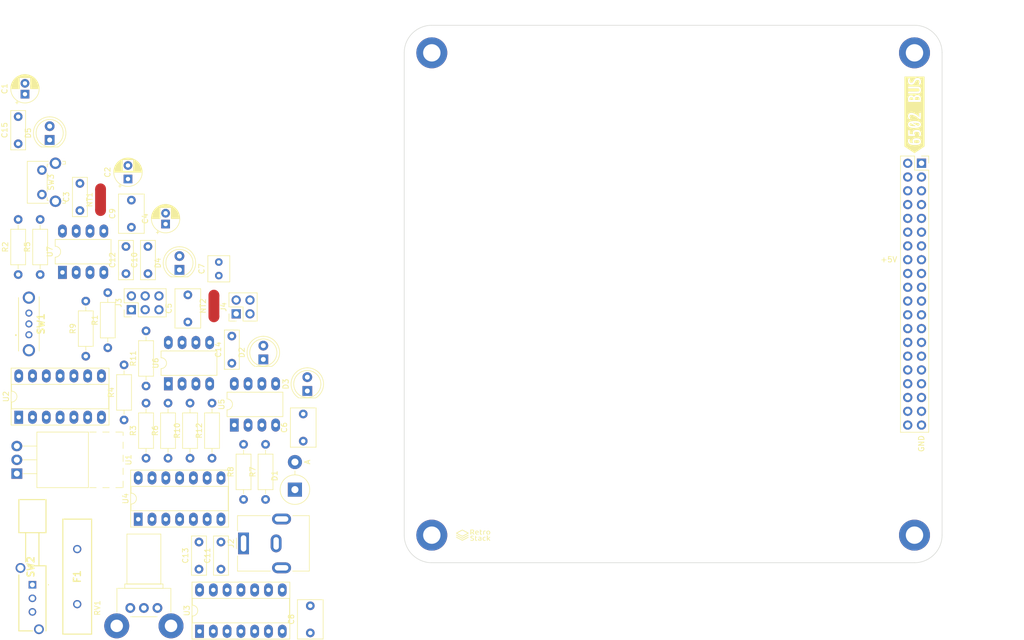
<source format=kicad_pcb>
(kicad_pcb (version 20211014) (generator pcbnew)
  (title_block (title "Retro Stack - PCB Template") (date "2023-04-01") (rev "0") (company "Microcode.io"))
  (layers (0 "F.Cu" signal) (31 "B.Cu" mixed) (34 "B.Paste" user) (35 "F.Paste" user) (36 "B.SilkS" user "B.Silkscreen") (37 "F.SilkS" user "F.Silkscreen") (38 "B.Mask" user) (39 "F.Mask" user) (44 "Edge.Cuts" user))
  (net 0 "")
  (net 1 "GND")
  (net 2 "/~{RES}")
  (net 3 "/VPB")
  (net 4 "/PHI2O")
  (net 5 "/RDY")
  (net 6 "/~{SO}")
  (net 7 "/PHI1O")
  (net 8 "/PHI2")
  (net 9 "/~{IRQ}")
  (net 10 "/BE")
  (net 11 "/~{ML}")
  (net 12 "/NC")
  (net 13 "/~{NMI}")
  (net 14 "/R{slash}~{W}")
  (net 15 "/SYNC")
  (net 16 "/D0")
  (net 17 "/VDD")
  (net 18 "/D1")
  (net 19 "/A0")
  (net 20 "/D2")
  (net 21 "/A1")
  (net 22 "/D3")
  (net 23 "/A2")
  (net 24 "/D4")
  (net 25 "/A3")
  (net 26 "/D5")
  (net 27 "/A4")
  (net 28 "/D6")
  (net 29 "/A5")
  (net 30 "/D7")
  (net 31 "/A6")
  (net 32 "/A15")
  (net 33 "/A7")
  (net 34 "/A14")
  (net 35 "/A8")
  (net 36 "/A13")
  (net 37 "/A9")
  (net 38 "/A12")
  (net 39 "/A10")
  (net 40 "/VSS")
  (net 41 "/A11")
  (net 42 "/V_FUSE")
  (net 43 "+5V")
  (net 44 "/FAST_CV")
  (net 45 "/MODE_CV")
  (net 46 "/FAST_TR")
  (net 47 "/PLS_CV")
  (net 48 "/PLS_DIS_THR")
  (net 49 "Net-(D2-Pad1)")
  (net 50 "/LED_PLS")
  (net 51 "Net-(D3-Pad1)")
  (net 52 "/LED_~{CLK}")
  (net 53 "Net-(D4-Pad1)")
  (net 54 "/LED_CLK")
  (net 55 "/LED_PWR")
  (net 56 "/V_RAW")
  (net 57 "/DC_IN")
  (net 59 "/CLK")
  (net 60 "/~{CLK}")
  (net 63 "/HLT_PU")
  (net 64 "/HLT")
  (net 65 "/HLT_PD")
  (net 66 "/FAST_DIS")
  (net 67 "/MODE_TR")
  (net 68 "/MODE_R")
  (net 69 "/FAST_RV")
  (net 70 "/PLS_TR")
  (net 73 "/FAST_CLK")
  (net 74 "/FAST_~{SLOW}")
  (net 75 "/FAST")
  (net 76 "/~{FAST}_SLOW")
  (net 77 "/PULSE_CLK")
  (net 78 "/SLOW")
  (net 79 "/PRE_CLK")
  (net 80 "/~{HLT}")
  (footprint "Resistor_THT:R_Axial_DIN0207_L6.3mm_D2.5mm_P10.16mm_Horizontal" (layer "F.Cu") (at 76.06 125.499775 90)
    (fp_text reference "R7" (at 5.08 -2.37 90) (layer "F.SilkS"))
    (fp_text value "1k")
    (pad "1" thru_hole circle (at 0 0 90) (size 1.6 1.6) (drill 0.8) (layers *.Cu *.Mask) (net 53 "Net-(D4-Pad1)"))
    (pad "2" thru_hole oval (at 10.16 0 90) (size 1.6 1.6) (drill 0.8) (layers *.Cu *.Mask) (net 1 "GND"))
  )
  (footprint "Package_DIP:DIP-14_W7.62mm_Socket_LongPads" (layer "F.Cu") (at 52.61 129.149775 90)
    (fp_text reference "U4" (at 3.81 -2.33 90) (layer "F.SilkS"))
    (fp_text value "74HC14")
    (pad "1" thru_hole rect (at 0 0 90) (size 2.4 1.6) (drill 0.8) (layers *.Cu *.Mask) (net 74 "/FAST_~{SLOW}"))
    (pad "2" thru_hole oval (at 0 2.54 90) (size 2.4 1.6) (drill 0.8) (layers *.Cu *.Mask) (net 76 "/~{FAST}_SLOW"))
    (pad "3" thru_hole oval (at 0 5.08 90) (size 2.4 1.6) (drill 0.8) (layers *.Cu *.Mask) (net 64 "/HLT"))
    (pad "4" thru_hole oval (at 0 7.62 90) (size 2.4 1.6) (drill 0.8) (layers *.Cu *.Mask) (net 80 "/~{HLT}"))
    (pad "5" thru_hole oval (at 0 10.16 90) (size 2.4 1.6) (drill 0.8) (layers *.Cu *.Mask) (net 59 "/CLK"))
    (pad "6" thru_hole oval (at 0 12.7 90) (size 2.4 1.6) (drill 0.8) (layers *.Cu *.Mask) (net 60 "/~{CLK}"))
    (pad "7" thru_hole oval (at 0 15.24 90) (size 2.4 1.6) (drill 0.8) (layers *.Cu *.Mask) (net 1 "GND"))
    (pad "8" thru_hole oval (at 7.62 15.24 90) (size 2.4 1.6) (drill 0.8) (layers *.Cu *.Mask) (net 50 "/LED_PLS"))
    (pad "9" thru_hole oval (at 7.62 12.7 90) (size 2.4 1.6) (drill 0.8) (layers *.Cu *.Mask) (net 74 "/FAST_~{SLOW}"))
    (pad "10" thru_hole oval (at 7.62 10.16 90) (size 2.4 1.6) (drill 0.8) (layers *.Cu *.Mask) (net 52 "/LED_~{CLK}"))
    (pad "11" thru_hole oval (at 7.62 7.62 90) (size 2.4 1.6) (drill 0.8) (layers *.Cu *.Mask) (net 59 "/CLK"))
    (pad "12" thru_hole oval (at 7.62 5.08 90) (size 2.4 1.6) (drill 0.8) (layers *.Cu *.Mask) (net 54 "/LED_CLK"))
    (pad "13" thru_hole oval (at 7.62 2.54 90) (size 2.4 1.6) (drill 0.8) (layers *.Cu *.Mask) (net 60 "/~{CLK}"))
    (pad "14" thru_hole oval (at 7.62 0 90) (size 2.4 1.6) (drill 0.8) (layers *.Cu *.Mask) (net 43 "+5V"))
  )
  (footprint "Potentiometer_THT:Potentiometer_Bourns_PTV09A-2_Single_Horizontal" (layer "F.Cu") (at 56.15 145.499775 90)
    (fp_text reference "RV1" (at 0 -11.05 90) (layer "F.SilkS"))
    (fp_text value "1M")
    (pad "" thru_hole circle (at -3.3 2.5 90) (size 4.6 4.6) (drill 2.3) (layers *.Cu *.Mask))
    (pad "" thru_hole circle (at -3.3 -7.5 90) (size 4.6 4.6) (drill 2.3) (layers *.Cu *.Mask))
    (pad "1" thru_hole circle (at 0 0 90) (size 1.8 1.8) (drill 1) (layers *.Cu *.Mask) (net 46 "/FAST_TR"))
    (pad "2" thru_hole circle (at 0 -2.5 90) (size 1.8 1.8) (drill 1) (layers *.Cu *.Mask) (net 69 "/FAST_RV"))
    (pad "3" thru_hole circle (at 0 -5 90) (size 1.8 1.8) (drill 1) (layers *.Cu *.Mask))
  )
  (footprint "Connector_PinHeader_2.54mm:PinHeader_2x03_P2.54mm_Vertical" (layer "F.Cu") (at 51.35 90.529775 90)
    (fp_text reference "J3" (at 1.27 -2.33 90) (layer "F.SilkS"))
    (fp_text value "JMP_CLK_SEL")
    (pad "1" thru_hole rect (at 0 0 90) (size 1.7 1.7) (drill 1) (layers *.Cu *.Mask) (net 59 "/CLK"))
    (pad "2" thru_hole oval (at 2.54 0 90) (size 1.7 1.7) (drill 1) (layers *.Cu *.Mask) (net 8 "/PHI2"))
    (pad "3" thru_hole oval (at 0 2.54 90) (size 1.7 1.7) (drill 1) (layers *.Cu *.Mask) (net 60 "/~{CLK}"))
    (pad "4" thru_hole oval (at 2.54 2.54 90) (size 1.7 1.7) (drill 1) (layers *.Cu *.Mask) (net 8 "/PHI2"))
    (pad "5" thru_hole oval (at 0 5.08 90) (size 1.7 1.7) (drill 1) (layers *.Cu *.Mask))
    (pad "6" thru_hole oval (at 2.54 5.08 90) (size 1.7 1.7) (drill 1) (layers *.Cu *.Mask))
  )
  (footprint "Package_DIP:DIP-14_W7.62mm_Socket_LongPads" (layer "F.Cu") (at 63.9 149.799775 90)
    (fp_text reference "U3" (at 3.81 -2.33 90) (layer "F.SilkS"))
    (fp_text value "74HC32")
    (pad "1" thru_hole rect (at 0 0 90) (size 2.4 1.6) (drill 0.8) (layers *.Cu *.Mask) (net 75 "/FAST"))
    (pad "2" thru_hole oval (at 0 2.54 90) (size 2.4 1.6) (drill 0.8) (layers *.Cu *.Mask) (net 78 "/SLOW"))
    (pad "3" thru_hole oval (at 0 5.08 90) (size 2.4 1.6) (drill 0.8) (layers *.Cu *.Mask) (net 79 "/PRE_CLK"))
    (pad "4" thru_hole oval (at 0 7.62 90) (size 2.4 1.6) (drill 0.8) (layers *.Cu *.Mask) (net 1 "GND"))
    (pad "5" thru_hole oval (at 0 10.16 90) (size 2.4 1.6) (drill 0.8) (layers *.Cu *.Mask) (net 1 "GND"))
    (pad "6" thru_hole oval (at 0 12.7 90) (size 2.4 1.6) (drill 0.8) (layers *.Cu *.Mask))
    (pad "7" thru_hole oval (at 0 15.24 90) (size 2.4 1.6) (drill 0.8) (layers *.Cu *.Mask) (net 1 "GND"))
    (pad "8" thru_hole oval (at 7.62 15.24 90) (size 2.4 1.6) (drill 0.8) (layers *.Cu *.Mask))
    (pad "9" thru_hole oval (at 7.62 12.7 90) (size 2.4 1.6) (drill 0.8) (layers *.Cu *.Mask) (net 1 "GND"))
    (pad "10" thru_hole oval (at 7.62 10.16 90) (size 2.4 1.6) (drill 0.8) (layers *.Cu *.Mask) (net 1 "GND"))
    (pad "11" thru_hole oval (at 7.62 7.62 90) (size 2.4 1.6) (drill 0.8) (layers *.Cu *.Mask))
    (pad "12" thru_hole oval (at 7.62 5.08 90) (size 2.4 1.6) (drill 0.8) (layers *.Cu *.Mask) (net 1 "GND"))
    (pad "13" thru_hole oval (at 7.62 2.54 90) (size 2.4 1.6) (drill 0.8) (layers *.Cu *.Mask) (net 1 "GND"))
    (pad "14" thru_hole oval (at 7.62 0 90) (size 2.4 1.6) (drill 0.8) (layers *.Cu *.Mask) (net 43 "+5V"))
  )
  (footprint "MountingHole:MountingHole_3.2mm_M3_ISO7380_Pad" (layer "F.Cu") (at 106.68 132.08)
    (fp_text reference "H4" hide)
    (fp_text value "M3" hide)
    (pad "1" thru_hole circle (at 0 0) (size 5.7 5.7) (drill 3.2) (layers *.Cu *.Mask) (net 1 "GND"))
  )
  (footprint "LED_THT:LED_D5.0mm" (layer "F.Cu") (at 60.2 83.179775 90)
    (fp_text reference "D4" (at 1.27 -3.96 90) (layer "F.SilkS"))
    (fp_text value "5mm Blue")
    (pad "1" thru_hole rect (at 0 0 90) (size 1.8 1.8) (drill 0.9) (layers *.Cu *.Mask) (net 53 "Net-(D4-Pad1)"))
    (pad "2" thru_hole circle (at 2.54 0 90) (size 1.8 1.8) (drill 0.9) (layers *.Cu *.Mask) (net 54 "/LED_CLK"))
  )
  (footprint "Package_DIP:DIP-14_W7.62mm_Socket_LongPads" (layer "F.Cu") (at 30.6 110.349775 90)
    (fp_text reference "U2" (at 3.81 -2.33 90) (layer "F.SilkS"))
    (fp_text value "74HC08")
    (pad "1" thru_hole rect (at 0 0 90) (size 2.4 1.6) (drill 0.8) (layers *.Cu *.Mask) (net 73 "/FAST_CLK"))
    (pad "2" thru_hole oval (at 0 2.54 90) (size 2.4 1.6) (drill 0.8) (layers *.Cu *.Mask) (net 74 "/FAST_~{SLOW}"))
    (pad "3" thru_hole oval (at 0 5.08 90) (size 2.4 1.6) (drill 0.8) (layers *.Cu *.Mask) (net 75 "/FAST"))
    (pad "4" thru_hole oval (at 0 7.62 90) (size 2.4 1.6) (drill 0.8) (layers *.Cu *.Mask) (net 76 "/~{FAST}_SLOW"))
    (pad "5" thru_hole oval (at 0 10.16 90) (size 2.4 1.6) (drill 0.8) (layers *.Cu *.Mask) (net 77 "/PULSE_CLK"))
    (pad "6" thru_hole oval (at 0 12.7 90) (size 2.4 1.6) (drill 0.8) (layers *.Cu *.Mask) (net 78 "/SLOW"))
    (pad "7" thru_hole oval (at 0 15.24 90) (size 2.4 1.6) (drill 0.8) (layers *.Cu *.Mask) (net 1 "GND"))
    (pad "8" thru_hole oval (at 7.62 15.24 90) (size 2.4 1.6) (drill 0.8) (layers *.Cu *.Mask) (net 59 "/CLK"))
    (pad "9" thru_hole oval (at 7.62 12.7 90) (size 2.4 1.6) (drill 0.8) (layers *.Cu *.Mask) (net 79 "/PRE_CLK"))
    (pad "10" thru_hole oval (at 7.62 10.16 90) (size 2.4 1.6) (drill 0.8) (layers *.Cu *.Mask) (net 80 "/~{HLT}"))
    (pad "11" thru_hole oval (at 7.62 7.62 90) (size 2.4 1.6) (drill 0.8) (layers *.Cu *.Mask))
    (pad "12" thru_hole oval (at 7.62 5.08 90) (size 2.4 1.6) (drill 0.8) (layers *.Cu *.Mask) (net 1 "GND"))
    (pad "13" thru_hole oval (at 7.62 2.54 90) (size 2.4 1.6) (drill 0.8) (layers *.Cu *.Mask) (net 1 "GND"))
    (pad "14" thru_hole oval (at 7.62 0 90) (size 2.4 1.6) (drill 0.8) (layers *.Cu *.Mask) (net 43 "+5V"))
  )
  (footprint "Capacitor_THT:CP_Radial_D5.0mm_P2.50mm" (layer "F.Cu") (at 50.72 66.44 90)
    (fp_text reference "C2" (at 1.25 -3.75 90) (layer "F.SilkS"))
    (fp_text value "1u")
    (pad "1" thru_hole rect (at 0 0 90) (size 1.6 1.6) (drill 0.8) (layers *.Cu *.Mask) (net 42 "/V_FUSE"))
    (pad "2" thru_hole circle (at 2.5 0 90) (size 1.6 1.6) (drill 0.8) (layers *.Cu *.Mask) (net 1 "GND"))
  )
  (footprint "Capacitor_THT:C_Rect_L7.0mm_W2.5mm_P5.00mm" (layer "F.Cu") (at 50.35 83.879775 90)
    (fp_text reference "C12" (at 2.5 -2.5 90) (layer "F.SilkS"))
    (fp_text value "100n")
    (pad "1" thru_hole circle (at 0 0 90) (size 1.6 1.6) (drill 0.8) (layers *.Cu *.Mask) (net 43 "+5V"))
    (pad "2" thru_hole circle (at 5 0 90) (size 1.6 1.6) (drill 0.8) (layers *.Cu *.Mask) (net 1 "GND"))
  )
  (footprint "MountingHole:MountingHole_3.2mm_M3_ISO7380_Pad" (layer "F.Cu") (at 106.68 43.18)
    (fp_text reference "H1" hide)
    (fp_text value "M3" hide)
    (pad "1" thru_hole circle (at 0 0) (size 5.7 5.7) (drill 3.2) (layers *.Cu *.Mask) (net 1 "GND"))
  )
  (footprint "RetroStack:RetroStackFullLogo13x10mm" (layer "F.Cu") (at 114.3 132.08)
    (fp_text reference "G***" hide)
    (fp_text value "LOGO" hide)
  )
  (footprint "Button_Switch_THT:SW_Tactile_SPST_Angled_PTS645Vx58-2LFS" (layer "F.Cu") (at 34.875 69.289775 90)
    (fp_text reference "SW3" (at 2.25 1.68 90) (layer "F.SilkS"))
    (fp_text value "SW_PULSE")
    (pad "" thru_hole circle (at 5.76 2.49 90) (size 2.1 2.1) (drill 1.3) (layers *.Cu *.Mask))
    (pad "" thru_hole circle (at -1.25 2.49 90) (size 2.1 2.1) (drill 1.3) (layers *.Cu *.Mask))
    (pad "1" thru_hole circle (at 0 0 90) (size 1.75 1.75) (drill 0.99) (layers *.Cu *.Mask) (net 1 "GND"))
    (pad "2" thru_hole circle (at 4.5 0 90) (size 1.75 1.75) (drill 0.99) (layers *.Cu *.Mask) (net 70 "/PLS_TR"))
  )
  (footprint "Resistor_THT:R_Axial_DIN0207_L6.3mm_D2.5mm_P10.16mm_Horizontal" (layer "F.Cu") (at 50 110.849775 90)
    (fp_text reference "R4" (at 5.08 -2.37 90) (layer "F.SilkS"))
    (fp_text value "1k")
    (pad "1" thru_hole circle (at 0 0 90) (size 1.6 1.6) (drill 0.8) (layers *.Cu *.Mask) (net 66 "/FAST_DIS"))
    (pad "2" thru_hole oval (at 10.16 0 90) (size 1.6 1.6) (drill 0.8) (layers *.Cu *.Mask) (net 69 "/FAST_RV"))
  )
  (footprint "Capacitor_THT:C_Rect_L7.0mm_W4.5mm_P5.00mm" (layer "F.Cu") (at 51.35 75.329775 90)
    (fp_text reference "C9" (at 2.5 -3.5 90) (layer "F.SilkS"))
    (fp_text value "0u01")
    (pad "1" thru_hole circle (at 0 0 90) (size 1.6 1.6) (drill 0.8) (layers *.Cu *.Mask) (net 48 "/PLS_DIS_THR"))
    (pad "2" thru_hole circle (at 5 0 90) (size 1.6 1.6) (drill 0.8) (layers *.Cu *.Mask) (net 1 "GND"))
  )
  (footprint "Package_DIP:DIP-8_W7.62mm_LongPads" (layer "F.Cu") (at 58.15 104.189775 90)
    (fp_text reference "U6" (at 3.81 -2.33 90) (layer "F.SilkS"))
    (fp_text value "NE555P")
    (pad "1" thru_hole rect (at 0 0 90) (size 2.4 1.6) (drill 0.8) (layers *.Cu *.Mask) (net 1 "GND"))
    (pad "2" thru_hole oval (at 0 2.54 90) (size 2.4 1.6) (drill 0.8) (layers *.Cu *.Mask) (net 67 "/MODE_TR"))
    (pad "3" thru_hole oval (at 0 5.08 90) (size 2.4 1.6) (drill 0.8) (layers *.Cu *.Mask) (net 74 "/FAST_~{SLOW}"))
    (pad "4" thru_hole oval (at 0 7.62 90) (size 2.4 1.6) (drill 0.8) (layers *.Cu *.Mask) (net 68 "/MODE_R"))
    (pad "5" thru_hole oval (at 7.62 7.62 90) (size 2.4 1.6) (drill 0.8) (layers *.Cu *.Mask) (net 45 "/MODE_CV"))
    (pad "6" thru_hole oval (at 7.62 5.08 90) (size 2.4 1.6) (drill 0.8) (layers *.Cu *.Mask) (net 1 "GND"))
    (pad "7" thru_hole oval (at 7.62 2.54 90) (size 2.4 1.6) (drill 0.8) (layers *.Cu *.Mask))
    (pad "8" thru_hole oval (at 7.62 0 90) (size 2.4 1.6) (drill 0.8) (layers *.Cu *.Mask) (net 43 "+5V"))
  )
  (footprint "Capacitor_THT:C_Rect_L7.0mm_W2.5mm_P5.00mm" (layer "F.Cu") (at 67.85 138.349775 90)
    (fp_text reference "C11" (at 2.5 -2.5 90) (layer "F.SilkS"))
    (fp_text value "100n")
    (pad "1" thru_hole circle (at 0 0 90) (size 1.6 1.6) (drill 0.8) (layers *.Cu *.Mask) (net 43 "+5V"))
    (pad "2" thru_hole circle (at 5 0 90) (size 1.6 1.6) (drill 0.8) (layers *.Cu *.Mask) (net 1 "GND"))
  )
  (footprint "Connector_BarrelJack:BarrelJack_CUI_PJ-063AH_Horizontal" (layer "F.Cu") (at 72.01 133.599775 90)
    (fp_text reference "J2" (at 0 -2.3 90) (layer "F.SilkS"))
    (fp_text value "DC_IN")
    (pad "" np_thru_hole circle (at 0 9 90) (size 1.6 1.6) (drill 1.6) (layers *.Cu *.Mask))
    (pad "1" thru_hole rect (at 0 0 90) (size 4 2) (drill oval 3 1) (layers *.Cu *.Mask) (net 57 "/DC_IN"))
    (pad "2" thru_hole oval (at 0 6 90) (size 3.3 2) (drill oval 2.3 1) (layers *.Cu *.Mask) (net 1 "GND"))
    (pad "MP" thru_hole oval (at 4.5 7 90) (size 2 3.5) (drill oval 1 2.5) (layers *.Cu *.Mask))
    (pad "MP" thru_hole oval (at -4.5 7 90) (size 2 3.5) (drill oval 1 2.5) (layers *.Cu *.Mask))
  )
  (footprint "kibuzzard-642888DE" (layer "F.Cu") (at 195.58 54.61 90)
    (fp_text reference "kibuzzard-642888DE" hide)
    (fp_text value "G***" hide)
  )
  (footprint "Package_DIP:DIP-8_W7.62mm_LongPads" (layer "F.Cu") (at 38.65 83.649775 90)
    (fp_text reference "U7" (at 3.81 -2.33 90) (layer "F.SilkS"))
    (fp_text value "NE555P")
    (pad "1" thru_hole rect (at 0 0 90) (size 2.4 1.6) (drill 0.8) (layers *.Cu *.Mask) (net 1 "GND"))
    (pad "2" thru_hole oval (at 0 2.54 90) (size 2.4 1.6) (drill 0.8) (layers *.Cu *.Mask) (net 70 "/PLS_TR"))
    (pad "3" thru_hole oval (at 0 5.08 90) (size 2.4 1.6) (drill 0.8) (layers *.Cu *.Mask) (net 77 "/PULSE_CLK"))
    (pad "4" thru_hole oval (at 0 7.62 90) (size 2.4 1.6) (drill 0.8) (layers *.Cu *.Mask) (net 43 "+5V"))
    (pad "5" thru_hole oval (at 7.62 7.62 90) (size 2.4 1.6) (drill 0.8) (layers *.Cu *.Mask) (net 47 "/PLS_CV"))
    (pad "6" thru_hole oval (at 7.62 5.08 90) (size 2.4 1.6) (drill 0.8) (layers *.Cu *.Mask) (net 48 "/PLS_DIS_THR"))
    (pad "7" thru_hole oval (at 7.62 2.54 90) (size 2.4 1.6) (drill 0.8) (layers *.Cu *.Mask) (net 48 "/PLS_DIS_THR"))
    (pad "8" thru_hole oval (at 7.62 0 90) (size 2.4 1.6) (drill 0.8) (layers *.Cu *.Mask) (net 43 "+5V"))
  )
  (footprint "RetroStack:LVR125S240" (layer "F.Cu") (at 41.375 144.799775 90)
    (fp_text reference "F1" (at 5.075 0 90) (layer "F.SilkS") (effects (font (size 1.27 1.27) (thickness 0.254))))
    (fp_text value "LVR125S-240" hide)
    (pad "1" thru_hole circle locked (at 0 0 90) (size 1.515 1.515) (drill 1.01) (layers *.Cu *.Mask) (net 56 "/V_RAW"))
    (pad "2" thru_hole circle locked (at 10.15 0 90) (size 1.515 1.515) (drill 1.01) (layers *.Cu *.Mask) (net 42 "/V_FUSE"))
  )
  (footprint "MountingHole:MountingHole_3.2mm_M3_ISO7380_Pad" (layer "F.Cu") (at 195.58 43.18)
    (fp_text reference "H2" hide)
    (fp_text value "M3" hide)
    (pad "1" thru_hole circle (at 0 0) (size 5.7 5.7) (drill 3.2) (layers *.Cu *.Mask) (net 1 "GND"))
  )
  (footprint "Capacitor_THT:C_Rect_L4.6mm_W3.8mm_P2.50mm_MKS02_FKP02" (layer "F.Cu") (at 67.45 84.239775 90)
    (fp_text reference "C7" (at 1.25 -3.15 90) (layer "F.SilkS"))
    (fp_text value "1u")
    (pad "1" thru_hole circle (at 0 0 90) (size 1.4 1.4) (drill 0.7) (layers *.Cu *.Mask) (net 46 "/FAST_TR"))
    (pad "2" thru_hole circle (at 2.5 0 90) (size 1.4 1.4) (drill 0.7) (layers *.Cu *.Mask) (net 1 "GND"))
  )
  (footprint "RetroStack:EG1213" (layer "F.Cu") (at 32.475 95.149775 90)
    (fp_text reference "SW1" (at 2 2.225 90) (layer "F.SilkS") (effects (font (size 1.27 1.27) (thickness 0.254))))
    (fp_text value "SW_PWR" hide)
    (pad "1" thru_hole circle locked (at 0 0 90) (size 1.3 1.3) (drill 0.8) (layers *.Cu *.Mask))
    (pad "2" thru_hole circle locked (at 2 0 90) (size 1.3 1.3) (drill 0.8) (layers *.Cu *.Mask) (net 57 "/DC_IN"))
    (pad "3" thru_hole circle locked (at 4 0 90) (size 1.3 1.3) (drill 0.8) (layers *.Cu *.Mask) (net 56 "/V_RAW"))
    (pad "MH1" thru_hole circle locked (at -2.85 0 90) (size 2.25 2.25) (drill 1.5) (layers *.Cu *.Mask))
    (pad "MH2" thru_hole circle locked (at 6.85 0 90) (size 2.25 2.25) (drill 1.5) (layers *.Cu *.Mask))
  )
  (footprint "Package_TO_SOT_THT:TO-220-3_Horizontal_TabUp" (layer "F.Cu") (at 30.25 120.739775 90)
    (fp_text reference "U1" (at 2.54 20.58 90) (layer "F.SilkS"))
    (fp_text value "L7805CV")
    (pad "" np_thru_hole oval (at 2.54 16.66 90) (size 3.5 3.5) (drill 3.5) (layers *.Cu *.Mask))
    (pad "1" thru_hole rect (at 0 0 90) (size 1.905 2) (drill 1.1) (layers *.Cu *.Mask) (net 42 "/V_FUSE"))
    (pad "2" thru_hole oval (at 2.54 0 90) (size 1.905 2) (drill 1.1) (layers *.Cu *.Mask) (net 1 "GND"))
    (pad "3" thru_hole oval (at 5.08 0 90) (size 1.905 2) (drill 1.1) (layers *.Cu *.Mask) (net 43 "+5V"))
  )
  (footprint "RetroStack:LC1258EENP1RLGR" (layer "F.Cu") (at 33.125 141.224775 90)
    (fp_text reference "SW2" (at 3.3 -0.3 90) (layer "F.SilkS") (effects (font (size 1.27 1.27) (thickness 0.254))))
    (fp_text value "SW_MODE" hide)
    (pad "1" thru_hole rect locked (at 0 0 90) (size 1.4 1.4) (drill 0.9) (layers *.Cu *.Mask) (net 67 "/MODE_TR"))
    (pad "2" thru_hole circle locked (at -2.5 0 90) (size 1.4 1.4) (drill 0.9) (layers *.Cu *.Mask) (net 1 "GND"))
    (pad "3" thru_hole circle locked (at -5 0 90) (size 1.4 1.4) (drill 0.9) (layers *.Cu *.Mask) (net 68 "/MODE_R"))
    (pad "MH1" thru_hole circle locked (at 3.1 -2.2 90) (size 1.8 1.8) (drill 1.2) (layers *.Cu *.Mask))
    (pad "MH2" thru_hole circle locked (at -8.2 1.2 90) (size 1.8 1.8) (drill 1.2) (layers *.Cu *.Mask))
  )
  (footprint "LED_THT:LED_D5.0mm" (layer "F.Cu") (at 75.65 99.689775 90)
    (fp_text reference "D2" (at 1.27 -3.96 90) (layer "F.SilkS"))
    (fp_text value "5mm Blue")
    (pad "1" thru_hole rect (at 0 0 90) (size 1.8 1.8) (drill 0.9) (layers *.Cu *.Mask) (net 49 "Net-(D2-Pad1)"))
    (pad "2" thru_hole circle (at 2.54 0 90) (size 1.8 1.8) (drill 0.9) (layers *.Cu *.Mask) (net 50 "/LED_PLS"))
  )
  (footprint "Connector_PinSocket_2.54mm:PinSocket_2x20_P2.54mm_Vertical" (layer "F.Cu") (at 196.87 63.53)
    (fp_text reference "J1" hide)
    (fp_text value "BUS_6502")
    (pad "1" thru_hole rect (at 0 0) (size 1.7 1.7) (drill 1) (layers *.Cu *.Mask) (net 2 "/~{RES}"))
    (pad "2" thru_hole oval (at -2.54 0) (size 1.7 1.7) (drill 1) (layers *.Cu *.Mask) (net 3 "/VPB"))
    (pad "3" thru_hole oval (at 0 2.54) (size 1.7 1.7) (drill 1) (layers *.Cu *.Mask) (net 4 "/PHI2O"))
    (pad "4" thru_hole oval (at -2.54 2.54) (size 1.7 1.7) (drill 1) (layers *.Cu *.Mask) (net 5 "/RDY"))
    (pad "5" thru_hole oval (at 0 5.08) (size 1.7 1.7) (drill 1) (layers *.Cu *.Mask) (net 6 "/~{SO}"))
    (pad "6" thru_hole oval (at -2.54 5.08) (size 1.7 1.7) (drill 1) (layers *.Cu *.Mask) (net 7 "/PHI1O"))
    (pad "7" thru_hole oval (at 0 7.62) (size 1.7 1.7) (drill 1) (layers *.Cu *.Mask) (net 8 "/PHI2"))
    (pad "8" thru_hole oval (at -2.54 7.62) (size 1.7 1.7) (drill 1) (layers *.Cu *.Mask) (net 9 "/~{IRQ}"))
    (pad "9" thru_hole oval (at 0 10.16) (size 1.7 1.7) (drill 1) (layers *.Cu *.Mask) (net 10 "/BE"))
    (pad "10" thru_hole oval (at -2.54 10.16) (size 1.7 1.7) (drill 1) (layers *.Cu *.Mask) (net 11 "/~{ML}"))
    (pad "11" thru_hole oval (at 0 12.7) (size 1.7 1.7) (drill 1) (layers *.Cu *.Mask) (net 12 "/NC"))
    (pad "12" thru_hole oval (at -2.54 12.7) (size 1.7 1.7) (drill 1) (layers *.Cu *.Mask) (net 13 "/~{NMI}"))
    (pad "13" thru_hole oval (at 0 15.24) (size 1.7 1.7) (drill 1) (layers *.Cu *.Mask) (net 14 "/R{slash}~{W}"))
    (pad "14" thru_hole oval (at -2.54 15.24) (size 1.7 1.7) (drill 1) (layers *.Cu *.Mask) (net 15 "/SYNC"))
    (pad "15" thru_hole oval (at 0 17.78) (size 1.7 1.7) (drill 1) (layers *.Cu *.Mask) (net 16 "/D0"))
    (pad "16" thru_hole oval (at -2.54 17.78) (size 1.7 1.7) (drill 1) (layers *.Cu *.Mask) (net 17 "/VDD"))
    (pad "17" thru_hole oval (at 0 20.32) (size 1.7 1.7) (drill 1) (layers *.Cu *.Mask) (net 18 "/D1"))
    (pad "18" thru_hole oval (at -2.54 20.32) (size 1.7 1.7) (drill 1) (layers *.Cu *.Mask) (net 19 "/A0"))
    (pad "19" thru_hole oval (at 0 22.86) (size 1.7 1.7) (drill 1) (layers *.Cu *.Mask) (net 20 "/D2"))
    (pad "20" thru_hole oval (at -2.54 22.86) (size 1.7 1.7) (drill 1) (layers *.Cu *.Mask) (net 21 "/A1"))
    (pad "21" thru_hole oval (at 0 25.4) (size 1.7 1.7) (drill 1) (layers *.Cu *.Mask) (net 22 "/D3"))
    (pad "22" thru_hole oval (at -2.54 25.4) (size 1.7 1.7) (drill 1) (layers *.Cu *.Mask) (net 23 "/A2"))
    (pad "23" thru_hole oval (at 0 27.94) (size 1.7 1.7) (drill 1) (layers *.Cu *.Mask) (net 24 "/D4"))
    (pad "24" thru_hole oval (at -2.54 27.94) (size 1.7 1.7) (drill 1) (layers *.Cu *.Mask) (net 25 "/A3"))
    (pad "25" thru_hole oval (at 0 30.48) (size 1.7 1.7) (drill 1) (layers *.Cu *.Mask) (net 26 "/D5"))
    (pad "26" thru_hole oval (at -2.54 30.48) (size 1.7 1.7) (drill 1) (layers *.Cu *.Mask) (net 27 "/A4"))
    (pad "27" thru_hole oval (at 0 33.02) (size 1.7 1.7) (drill 1) (layers *.Cu *.Mask) (net 28 "/D6"))
    (pad "28" thru_hole oval (at -2.54 33.02) (size 1.7 1.7) (drill 1) (layers *.Cu *.Mask) (net 29 "/A5"))
    (pad "29" thru_hole oval (at 0 35.56) (size 1.7 1.7) (drill 1) (layers *.Cu *.Mask) (net 30 "/D7"))
    (pad "30" thru_hole oval (at -2.54 35.56) (size 1.7 1.7) (drill 1) (layers *.Cu *.Mask) (net 31 "/A6"))
    (pad "31" thru_hole oval (at 0 38.1) (size 1.7 1.7) (drill 1) (layers *.Cu *.Mask) (net 32 "/A15"))
    (pad "32" thru_hole oval (at -2.54 38.1) (size 1.7 1.7) (drill 1) (layers *.Cu *.Mask) (net 33 "/A7"))
    (pad "33" thru_hole oval (at 0 40.64) (size 1.7 1.7) (drill 1) (layers *.Cu *.Mask) (net 34 "/A14"))
    (pad "34" thru_hole oval (at -2.54 40.64) (size 1.7 1.7) (drill 1) (layers *.Cu *.Mask) (net 35 "/A8"))
    (pad "35" thru_hole oval (at 0 43.18) (size 1.7 1.7) (drill 1) (layers *.Cu *.Mask) (net 36 "/A13"))
    (pad "36" thru_hole oval (at -2.54 43.18) (size 1.7 1.7) (drill 1) (layers *.Cu *.Mask) (net 37 "/A9"))
    (pad "37" thru_hole oval (at 0 45.72) (size 1.7 1.7) (drill 1) (layers *.Cu *.Mask) (net 38 "/A12"))
    (pad "38" thru_hole oval (at -2.54 45.72) (size 1.7 1.7) (drill 1) (layers *.Cu *.Mask) (net 39 "/A10"))
    (pad "39" thru_hole oval (at 0 48.26) (size 1.7 1.7) (drill 1) (layers *.Cu *.Mask) (net 40 "/VSS"))
    (pad "40" thru_hole oval (at -2.54 48.26) (size 1.7 1.7) (drill 1) (layers *.Cu *.Mask) (net 41 "/A11"))
  )
  (footprint "Resistor_THT:R_Axial_DIN0207_L6.3mm_D2.5mm_P10.16mm_Horizontal" (layer "F.Cu") (at 66.2 117.899775 90)
    (fp_text reference "R12" (at 5.08 -2.37 90) (layer "F.SilkS"))
    (fp_text value "1k")
    (pad "1" thru_hole circle (at 0 0 90) (size 1.6 1.6) (drill 0.8) (layers *.Cu *.Mask) (net 1 "GND"))
    (pad "2" thru_hole oval (at 10.16 0 90) (size 1.6 1.6) (drill 0.8) (layers *.Cu *.Mask) (net 65 "/HLT_PD"))
  )
  (footprint "Capacitor_THT:C_Rect_L7.0mm_W2.5mm_P5.00mm" (layer "F.Cu") (at 63.8 138.349775 90)
    (fp_text reference "C13" (at 2.5 -2.5 90) (layer "F.SilkS"))
    (fp_text value "100n")
    (pad "1" thru_hole circle (at 0 0 90) (size 1.6 1.6) (drill 0.8) (layers *.Cu *.Mask) (net 43 "+5V"))
    (pad "2" thru_hole circle (at 5 0 90) (size 1.6 1.6) (drill 0.8) (layers *.Cu *.Mask) (net 1 "GND"))
  )
  (footprint "Capacitor_THT:C_Rect_L7.0mm_W4.5mm_P5.00mm" (layer "F.Cu") (at 84.3 150.099775 90)
    (fp_text reference "C8" (at 2.5 -3.5 90) (layer "F.SilkS"))
    (fp_text value "0u01")
    (pad "1" thru_hole circle (at 0 0 90) (size 1.6 1.6) (drill 0.8) (layers *.Cu *.Mask) (net 47 "/PLS_CV"))
    (pad "2" thru_hole circle (at 5 0 90) (size 1.6 1.6) (drill 0.8) (layers *.Cu *.Mask) (net 1 "GND"))
  )
  (footprint "NetTie:NetTie-2_SMD_Pad2.0mm" (layer "F.Cu") (at 66.55 89.839775 90)
    (fp_text reference "NT2" (at 0 -2 90) (layer "F.SilkS"))
    (fp_text value "NT_GND")
    (fp_poly (pts (xy -2 -1) (xy 2 -1) (xy 2 1) (xy -2 1)) (layer "F.Cu") (width 0) (fill solid))
    (pad "1" smd circle (at -2 0 90) (size 2 2) (layers "F.Cu") (net 1 "GND"))
    (pad "2" smd circle (at 2 0 90) (size 2 2) (layers "F.Cu") (net 40 "/VSS"))
  )
  (footprint "Capacitor_THT:C_Rect_L7.0mm_W2.5mm_P5.00mm" (layer "F.Cu") (at 69.85 100.389775 90)
    (fp_text reference "C14" (at 2.5 -2.5 90) (layer "F.SilkS"))
    (fp_text value "100n")
    (pad "1" thru_hole circle (at 0 0 90) (size 1.6 1.6) (drill 0.8) (layers *.Cu *.Mask) (net 43 "+5V"))
    (pad "2" thru_hole circle (at 5 0 90) (size 1.6 1.6) (drill 0.8) (layers *.Cu *.Mask) (net 1 "GND"))
  )
  (footprint "Resistor_THT:R_Axial_DIN0207_L6.3mm_D2.5mm_P10.16mm_Horizontal" (layer "F.Cu") (at 58.1 117.899775 90)
    (fp_text reference "R6" (at 5.08 -2.37 90) (layer "F.SilkS"))
    (fp_text value "1k")
    (pad "1" thru_hole circle (at 0 0 90) (size 1.6 1.6) (drill 0.8) (layers *.Cu *.Mask) (net 51 "Net-(D3-Pad1)"))
    (pad "2" thru_hole oval (at 10.16 0 90) (size 1.6 1.6) (drill 0.8) (layers *.Cu *.Mask) (net 1 "GND"))
  )
  (footprint "Resistor_THT:R_Axial_DIN0207_L6.3mm_D2.5mm_P10.16mm_Horizontal" (layer "F.Cu") (at 30.5 84.049775 90)
    (fp_text reference "R2" (at 5.08 -2.37 90) (layer "F.SilkS"))
    (fp_text value "1k")
    (pad "1" thru_hole circle (at 0 0 90) (size 1.6 1.6) (drill 0.8) (layers *.Cu *.Mask) (net 43 "+5V"))
    (pad "2" thru_hole oval (at 10.16 0 90) (size 1.6 1.6) (drill 0.8) (layers *.Cu *.Mask) (net 67 "/MODE_TR"))
  )
  (footprint "Package_DIP:DIP-8_W7.62mm_LongPads" (layer "F.Cu") (at 70.3 111.789775 90)
    (fp_text reference "U5" (at 3.81 -2.33 90) (layer "F.SilkS"))
    (fp_text value "NE555P")
    (pad "1" thru_hole rect (at 0 0 90) (size 2.4 1.6) (drill 0.8) (layers *.Cu *.Mask) (net 1 "GND"))
    (pad "2" thru_hole oval (at 0 2.54 90) (size 2.4 1.6) (drill 0.8) (layers *.Cu *.Mask) (net 46 "/FAST_TR"))
    (pad "3" thru_hole oval (at 0 5.08 90) (size 2.4 1.6) (drill 0.8) (layers *.Cu *.Mask) (net 73 "/FAST_CLK"))
    (pad "4" thru_hole oval (at 0 7.62 90) (size 2.4 1.6) (drill 0.8) (layers *.Cu *.Mask) (net 43 "+5V"))
    (pad "5" thru_hole oval (at 7.62 7.62 90) (size 2.4 1.6) (drill 0.8) (layers *.Cu *.Mask) (net 44 "/FAST_CV"))
    (pad "6" thru_hole oval (at 7.62 5.08 90) (size 2.4 1.6) (drill 0.8) (layers *.Cu *.Mask) (net 46 "/FAST_TR"))
    (pad "7" thru_hole oval (at 7.62 2.54 90) (size 2.4 1.6) (drill 0.8) (layers *.Cu *.Mask) (net 66 "/FAST_DIS"))
    (pad "8" thru_hole oval (at 7.62 0 90) (size 2.4 1.6) (drill 0.8) (layers *.Cu *.Mask) (net 43 "+5V"))
  )
  (footprint "Diode_THT:D_DO-201_P5.08mm_Vertical_AnodeUp" (layer "F.Cu") (at 81.47 123.689775 90)
    (fp_text reference "D1" (at 2.54 -3.725 90) (layer "F.SilkS"))
    (fp_text value "D_TVS")
    (fp_text user "A" (at 5.08 2.3 90) (layer "F.SilkS"))
    (pad "1" thru_hole rect (at 0 0 90) (size 2.6 2.6) (drill 1.3) (layers *.Cu *.Mask) (net 1 "GND"))
    (pad "2" thru_hole oval (at 5.08 0 90) (size 2.6 2.6) (drill 1.3) (layers *.Cu *.Mask) (net 43 "+5V"))
  )
  (footprint "Resistor_THT:R_Axial_DIN0207_L6.3mm_D2.5mm_P10.16mm_Horizontal" (layer "F.Cu") (at 42.95 99.099775 90)
    (fp_text reference "R9" (at 5.08 -2.37 90) (layer "F.SilkS"))
    (fp_text value "1k")
    (pad "1" thru_hole circle (at 0 0 90) (size 1.6 1.6) (drill 0.8) (layers *.Cu *.Mask) (net 70 "/PLS_TR"))
    (pad "2" thru_hole oval (at 10.16 0 90) (size 1.6 1.6) (drill 0.8) (layers *.Cu *.Mask) (net 43 "+5V"))
  )
  (footprint "LED_THT:LED_D5.0mm" (layer "F.Cu") (at 83.75 105.499775 90)
    (fp_text reference "D3" (at 1.27 -3.96 90) (layer "F.SilkS"))
    (fp_text value "5mm White")
    (pad "1" thru_hole rect (at 0 0 90) (size 1.8 1.8) (drill 0.9) (layers *.Cu *.Mask) (net 51 "Net-(D3-Pad1)"))
    (pad "2" thru_hole circle (at 2.54 0 90) (size 1.8 1.8) (drill 0.9) (layers *.Cu *.Mask) (net 52 "/LED_~{CLK}"))
  )
  (footprint "Capacitor_THT:CP_Radial_D5.0mm_P2.00mm" (layer "F.Cu") (at 57.65 74.74 90)
    (fp_text reference "C4" (at 1 -3.75 90) (layer "F.SilkS"))
    (fp_text value "10u")
    (pad "1" thru_hole rect (at 0 0 90) (size 1.6 1.6) (drill 0.8) (layers *.Cu *.Mask) (net 43 "+5V"))
    (pad "2" thru_hole circle (at 2 0 90) (size 1.6 1.6) (drill 0.8) (layers *.Cu *.Mask) (net 1 "GND"))
  )
  (footprint "Capacitor_THT:C_Rect_L7.0mm_W2.5mm_P5.00mm" (layer "F.Cu") (at 30.5 59.939775 90)
    (fp_text reference "C15" (at 2.5 -2.5 90) (layer "F.SilkS"))
    (fp_text value "100n")
    (pad "1" thru_hole circle (at 0 0 90) (size 1.6 1.6) (drill 0.8) (layers *.Cu *.Mask) (net 43 "+5V"))
    (pad "2" thru_hole circle (at 5 0 90) (size 1.6 1.6) (drill 0.8) (layers *.Cu *.Mask) (net 1 "GND"))
  )
  (footprint "MountingHole:MountingHole_3.2mm_M3_ISO7380_Pad" (layer "F.Cu") (at 195.58 132.08)
    (fp_text reference "H3" hide)
    (fp_text value "M3" hide)
    (pad "1" thru_hole circle (at 0 0) (size 5.7 5.7) (drill 3.2) (layers *.Cu *.Mask) (net 1 "GND"))
  )
  (footprint "Resistor_THT:R_Axial_DIN0207_L6.3mm_D2.5mm_P10.16mm_Horizontal" (layer "F.Cu") (at 72.01 125.499775 90)
    (fp_text reference "R8" (at 5.08 -2.37 90) (layer "F.SilkS"))
    (fp_text value "1k")
    (pad "1" thru_hole circle (at 0 0 90) (size 1.6 1.6) (drill 0.8) (layers *.Cu *.Mask) (net 43 "+5V"))
    (pad "2" thru_hole oval (at 10.16 0 90) (size 1.6 1.6) (drill 0.8) (layers *.Cu *.Mask) (net 48 "/PLS_DIS_THR"))
  )
  (footprint "Connector_PinHeader_2.54mm:PinHeader_2x02_P2.54mm_Vertical" (layer "F.Cu") (at 70.65 91.289775 90)
    (fp_text reference "J4" (at 1.27 -2.33 90) (layer "F.SilkS"))
    (fp_text value "JMP_HLT")
    (pad "1" thru_hole rect (at 0 0 90) (size 1.7 1.7) (drill 1) (layers *.Cu *.Mask) (net 63 "/HLT_PU"))
    (pad "2" thru_hole oval (at 2.54 0 90) (size 1.7 1.7) (drill 1) (layers *.Cu *.Mask) (net 64 "/HLT"))
    (pad "3" thru_hole oval (at 0 2.54 90) (size 1.7 1.7) (drill 1) (layers *.Cu *.Mask) (net 65 "/HLT_PD"))
    (pad "4" thru_hole oval (at 2.54 2.54 90) (size 1.7 1.7) (drill 1) (layers *.Cu *.Mask) (net 64 "/HLT"))
  )
  (footprint "NetTie:NetTie-2_SMD_Pad2.0mm" (layer "F.Cu") (at 45.67 70.249775 90)
    (fp_text reference "NT1" (at 0 -2 90) (layer "F.SilkS"))
    (fp_text value "NT_PWR")
    (fp_poly (pts (xy -2 -1) (xy 2 -1) (xy 2 1) (xy -2 1)) (layer "F.Cu") (width 0) (fill solid))
    (pad "1" smd circle (at -2 0 90) (size 2 2) (layers "F.Cu") (net 43 "+5V"))
    (pad "2" smd circle (at 2 0 90) (size 2 2) (layers "F.Cu") (net 17 "/VDD"))
  )
  (footprint "Capacitor_THT:C_Rect_L7.0mm_W4.5mm_P5.00mm" (layer "F.Cu") (at 83 114.749775 90)
    (fp_text reference "C6" (at 2.5 -3.5 90) (layer "F.SilkS"))
    (fp_text value "0u01")
    (pad "1" thru_hole circle (at 0 0 90) (size 1.6 1.6) (drill 0.8) (layers *.Cu *.Mask) (net 45 "/MODE_CV"))
    (pad "2" thru_hole circle (at 5 0 90) (size 1.6 1.6) (drill 0.8) (layers *.Cu *.Mask) (net 1 "GND"))
  )
  (footprint "Resistor_THT:R_Axial_DIN0207_L6.3mm_D2.5mm_P10.16mm_Horizontal" (layer "F.Cu") (at 54.05 117.899775 90)
    (fp_text reference "R3" (at 5.08 -2.37 90) (layer "F.SilkS"))
    (fp_text value "1k")
    (pad "1" thru_hole circle (at 0 0 90) (size 1.6 1.6) (drill 0.8) (layers *.Cu *.Mask) (net 68 "/MODE_R"))
    (pad "2" thru_hole oval (at 10.16 0 90) (size 1.6 1.6) (drill 0.8) (layers *.Cu *.Mask) (net 43 "+5V"))
  )
  (footprint "Capacitor_THT:C_Rect_L7.0mm_W2.5mm_P5.00mm" (layer "F.Cu") (at 41.87 72.249775 90)
    (fp_text reference "C3" (at 2.5 -2.5 90) (layer "F.SilkS"))
    (fp_text value "0u1")
    (pad "1" thru_hole circle (at 0 0 90) (size 1.6 1.6) (drill 0.8) (layers *.Cu *.Mask) (net 43 "+5V"))
    (pad "2" thru_hole circle (at 5 0 90) (size 1.6 1.6) (drill 0.8) (layers *.Cu *.Mask) (net 1 "GND"))
  )
  (footprint "Capacitor_THT:C_Rect_L7.0mm_W4.5mm_P5.00mm" (layer "F.Cu") (at 61.75 92.789775 90)
    (fp_text reference "C5" (at 2.5 -3.5 90) (layer "F.SilkS"))
    (fp_text value "0u01")
    (pad "1" thru_hole circle (at 0 0 90) (size 1.6 1.6) (drill 0.8) (layers *.Cu *.Mask) (net 44 "/FAST_CV"))
    (pad "2" thru_hole circle (at 5 0 90) (size 1.6 1.6) (drill 0.8) (layers *.Cu *.Mask) (net 1 "GND"))
  )
  (footprint "Capacitor_THT:CP_Radial_D5.0mm_P2.00mm" (layer "F.Cu") (at 31.75 50.8 90)
    (fp_text reference "C1" (at 1 -3.75 90) (layer "F.SilkS"))
    (fp_text value "10u")
    (pad "1" thru_hole rect (at 0 0 90) (size 1.6 1.6) (drill 0.8) (layers *.Cu *.Mask) (net 42 "/V_FUSE"))
    (pad "2" thru_hole circle (at 2 0 90) (size 1.6 1.6) (drill 0.8) (layers *.Cu *.Mask) (net 1 "GND"))
  )
  (footprint "LED_THT:LED_D5.0mm" (layer "F.Cu") (at 36.3 59.239775 90)
    (fp_text reference "D5" (at 1.27 -3.96 90) (layer "F.SilkS"))
    (fp_text value "5mm Red")
    (pad "1" thru_hole rect (at 0 0 90) (size 1.8 1.8) (drill 0.9) (layers *.Cu *.Mask) (net 55 "/LED_PWR"))
    (pad "2" thru_hole circle (at 2.54 0 90) (size 1.8 1.8) (drill 0.9) (layers *.Cu *.Mask) (net 43 "+5V"))
  )
  (footprint "Resistor_THT:R_Axial_DIN0207_L6.3mm_D2.5mm_P10.16mm_Horizontal" (layer "F.Cu") (at 47 97.539775 90)
    (fp_text reference "R1" (at 5.08 -2.37 90) (layer "F.SilkS"))
    (fp_text value "1k")
    (pad "1" thru_hole circle (at 0 0 90) (size 1.6 1.6) (drill 0.8) (layers *.Cu *.Mask) (net 43 "+5V"))
    (pad "2" thru_hole oval (at 10.16 0 90) (size 1.6 1.6) (drill 0.8) (layers *.Cu *.Mask) (net 66 "/FAST_DIS"))
  )
  (footprint "Resistor_THT:R_Axial_DIN0207_L6.3mm_D2.5mm_P10.16mm_Horizontal" (layer "F.Cu") (at 62.15 117.899775 90)
    (fp_text reference "R10" (at 5.08 -2.37 90) (layer "F.SilkS"))
    (fp_text value "1k")
    (pad "1" thru_hole circle (at 0 0 90) (size 1.6 1.6) (drill 0.8) (layers *.Cu *.Mask) (net 55 "/LED_PWR"))
    (pad "2" thru_hole oval (at 10.16 0 90) (size 1.6 1.6) (drill 0.8) (layers *.Cu *.Mask) (net 1 "GND"))
  )
  (footprint "Resistor_THT:R_Axial_DIN0207_L6.3mm_D2.5mm_P10.16mm_Horizontal" (layer "F.Cu") (at 54.05 104.589775 90)
    (fp_text reference "R11" (at 5.08 -2.37 90) (layer "F.SilkS"))
    (fp_text value "1k")
    (pad "1" thru_hole circle (at 0 0 90) (size 1.6 1.6) (drill 0.8) (layers *.Cu *.Mask) (net 63 "/HLT_PU"))
    (pad "2" thru_hole oval (at 10.16 0 90) (size 1.6 1.6) (drill 0.8) (layers *.Cu *.Mask) (net 43 "+5V"))
  )
  (footprint "Resistor_THT:R_Axial_DIN0207_L6.3mm_D2.5mm_P10.16mm_Horizontal" (layer "F.Cu") (at 34.55 84.049775 90)
    (fp_text reference "R5" (at 5.08 -2.37 90) (layer "F.SilkS"))
    (fp_text value "1k")
    (pad "1" thru_hole circle (at 0 0 90) (size 1.6 1.6) (drill 0.8) (layers *.Cu *.Mask) (net 49 "Net-(D2-Pad1)"))
    (pad "2" thru_hole oval (at 10.16 0 90) (size 1.6 1.6) (drill 0.8) (layers *.Cu *.Mask) (net 1 "GND"))
  )
  (footprint "Capacitor_THT:C_Rect_L7.0mm_W2.5mm_P5.00mm" (layer "F.Cu") (at 54.4 83.879775 90)
    (fp_text reference "C10" (at 2.5 -2.5 90) (layer "F.SilkS"))
    (fp_text value "100n")
    (pad "1" thru_hole circle (at 0 0 90) (size 1.6 1.6) (drill 0.8) (layers *.Cu *.Mask) (net 43 "+5V"))
    (pad "2" thru_hole circle (at 5 0 90) (size 1.6 1.6) (drill 0.8) (layers *.Cu *.Mask) (net 1 "GND"))
  )
  (gr_arc (start 101.6 43.18) (mid 103.087898 39.587898) (end 106.68 38.1) (layer "Edge.Cuts") (width 0.1))
  (gr_line (start 195.58 38.1) (end 106.68 38.1) (layer "Edge.Cuts") (width 0.1))
  (gr_arc (start 106.68 137.16) (mid 103.087898 135.672102) (end 101.6 132.08) (layer "Edge.Cuts") (width 0.1))
  (gr_line (start 106.68 137.16) (end 195.58 137.16) (layer "Edge.Cuts") (width 0.1))
  (gr_arc (start 200.66 132.08) (mid 199.172102 135.672102) (end 195.58 137.16) (layer "Edge.Cuts") (width 0.1))
  (gr_line (start 101.6 43.18) (end 101.6 132.08) (layer "Edge.Cuts") (width 0.1))
  (gr_arc (start 195.58 38.1) (mid 199.172102 39.587898) (end 200.66 43.18) (layer "Edge.Cuts") (width 0.1))
  (gr_line (start 200.66 132.08) (end 200.66 43.18) (layer "Edge.Cuts") (width 0.1))
  (gr_text "GND" (at 196.85 116.84 90) (layer "F.SilkS") (effects (font (size 1 1) (thickness 0.153)) (justify left)))
  (gr_text "+5V" (at 189.23 81.28) (layer "F.SilkS") (effects (font (size 1 1) (thickness 0.153)) (justify left)))
)
</source>
